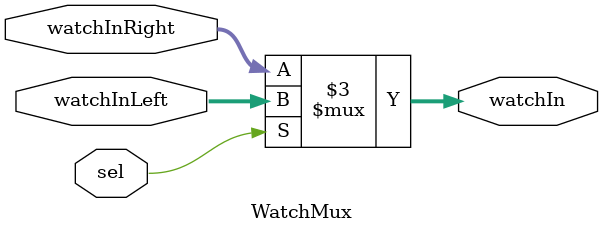
<source format=v>
`timescale 1ns / 1ps

module LoadReg16(input clk, input load, input [15:0] watchIn, output reg [15:0] watchOut);
    initial watchOut = 0;
    always@ (posedge clk)
        if(load) watchOut = watchIn;
endmodule

module ResetMux(input [1:0] mode, input [7:0] extVal, output reg [15:0] resetVal);
    always@(*) begin
        case(mode)
            2'b00 : resetVal = 16'h0000;
            2'b01 : begin
                resetVal[15:8] = extVal;
                resetVal[7:0] = 0;
            end
            2'b10 : resetVal = 16'h9999;
            2'b11 : begin
                resetVal[15:8] = extVal;
                resetVal[7:0] = 0;
            end
        endcase
    end
endmodule

module WatchMux(input [15:0] watchInRight, input [15:0] watchInLeft, input sel, output reg [15:0] watchIn);
    always@(*)
        if(sel)
            watchIn = watchInLeft;
        else
            watchIn = watchInRight;
endmodule
</source>
